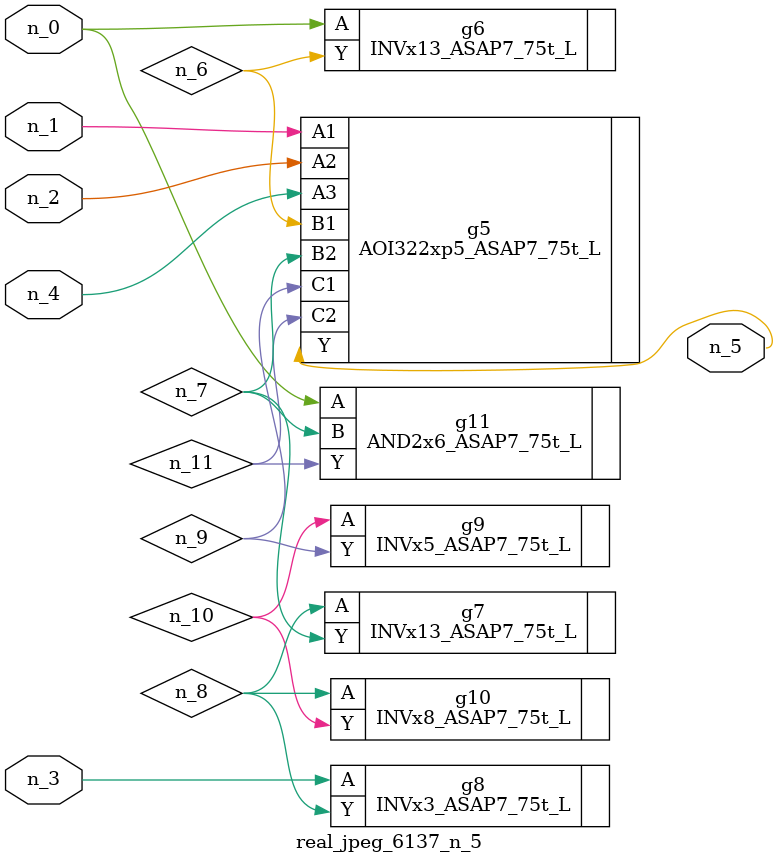
<source format=v>
module real_jpeg_6137_n_5 (n_4, n_0, n_1, n_2, n_3, n_5);

input n_4;
input n_0;
input n_1;
input n_2;
input n_3;

output n_5;

wire n_8;
wire n_11;
wire n_6;
wire n_7;
wire n_10;
wire n_9;

INVx13_ASAP7_75t_L g6 ( 
.A(n_0),
.Y(n_6)
);

AND2x6_ASAP7_75t_L g11 ( 
.A(n_0),
.B(n_7),
.Y(n_11)
);

AOI322xp5_ASAP7_75t_L g5 ( 
.A1(n_1),
.A2(n_2),
.A3(n_4),
.B1(n_6),
.B2(n_7),
.C1(n_9),
.C2(n_11),
.Y(n_5)
);

INVx3_ASAP7_75t_L g8 ( 
.A(n_3),
.Y(n_8)
);

INVx13_ASAP7_75t_L g7 ( 
.A(n_8),
.Y(n_7)
);

INVx8_ASAP7_75t_L g10 ( 
.A(n_8),
.Y(n_10)
);

INVx5_ASAP7_75t_L g9 ( 
.A(n_10),
.Y(n_9)
);


endmodule
</source>
